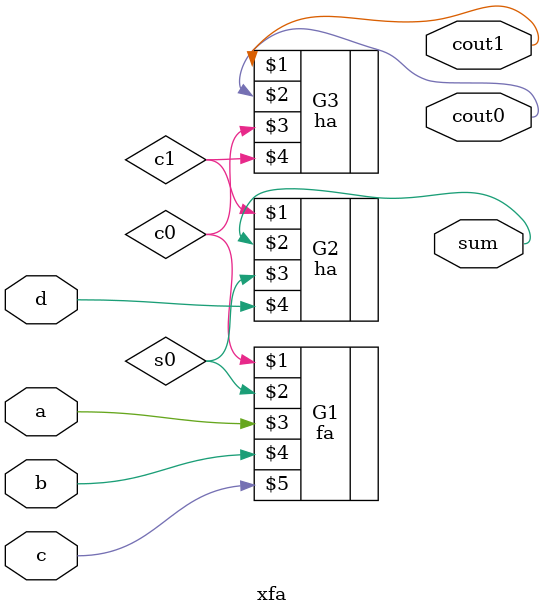
<source format=v>


module xfa (cout1,cout0,sum,a,b,c,d);
input a,b,c,d;
output cout1,cout0,sum;
wire cout1,cout0,sum;

  fa G1(c0,s0,a,b,c);
  ha G2 (c1,sum,s0,d);
  ha G3 (cout1,cout0,c0,c1);

endmodule
</source>
